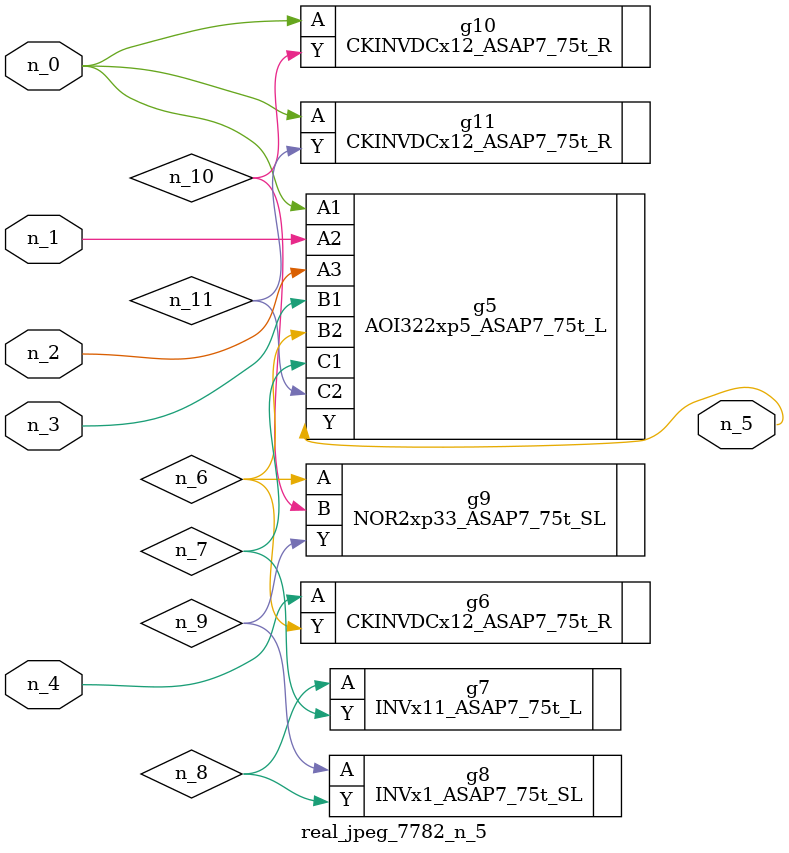
<source format=v>
module real_jpeg_7782_n_5 (n_4, n_0, n_1, n_2, n_3, n_5);

input n_4;
input n_0;
input n_1;
input n_2;
input n_3;

output n_5;

wire n_8;
wire n_11;
wire n_6;
wire n_7;
wire n_10;
wire n_9;

AOI322xp5_ASAP7_75t_L g5 ( 
.A1(n_0),
.A2(n_1),
.A3(n_2),
.B1(n_3),
.B2(n_6),
.C1(n_7),
.C2(n_11),
.Y(n_5)
);

CKINVDCx12_ASAP7_75t_R g10 ( 
.A(n_0),
.Y(n_10)
);

CKINVDCx12_ASAP7_75t_R g11 ( 
.A(n_0),
.Y(n_11)
);

CKINVDCx12_ASAP7_75t_R g6 ( 
.A(n_4),
.Y(n_6)
);

NOR2xp33_ASAP7_75t_SL g9 ( 
.A(n_6),
.B(n_10),
.Y(n_9)
);

INVx11_ASAP7_75t_L g7 ( 
.A(n_8),
.Y(n_7)
);

INVx1_ASAP7_75t_SL g8 ( 
.A(n_9),
.Y(n_8)
);


endmodule
</source>
